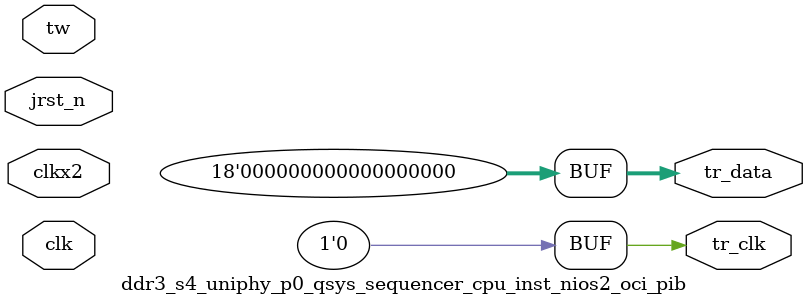
<source format=v>
module ddr3_s4_uniphy_p0_qsys_sequencer_cpu_inst_nios2_oci_pib (
                                                                  clk,
                                                                  clkx2,
                                                                  jrst_n,
                                                                  tw,
                                                                  tr_clk,
                                                                  tr_data
                                                               )
;
  output           tr_clk;
  output  [ 17: 0] tr_data;
  input            clk;
  input            clkx2;
  input            jrst_n;
  input   [ 35: 0] tw;
  wire             phase;
  wire             tr_clk;
  reg              tr_clk_reg ;
  wire    [ 17: 0] tr_data;
  reg     [ 17: 0] tr_data_reg ;
  reg              x1 ;
  reg              x2 ;
  assign phase = x1^x2;
  always @(posedge clk or negedge jrst_n)
    begin
      if (jrst_n == 0)
          x1 <= 0;
      else 
        x1 <= ~x1;
    end
  always @(posedge clkx2 or negedge jrst_n)
    begin
      if (jrst_n == 0)
        begin
          x2 <= 0;
          tr_clk_reg <= 0;
          tr_data_reg <= 0;
        end
      else 
        begin
          x2 <= x1;
          tr_clk_reg <= ~phase;
          tr_data_reg <= phase ?   tw[17 : 0] :   tw[35 : 18];
        end
    end
  assign tr_clk = 0 ? tr_clk_reg : 0;
  assign tr_data = 0 ? tr_data_reg : 0;
endmodule
</source>
